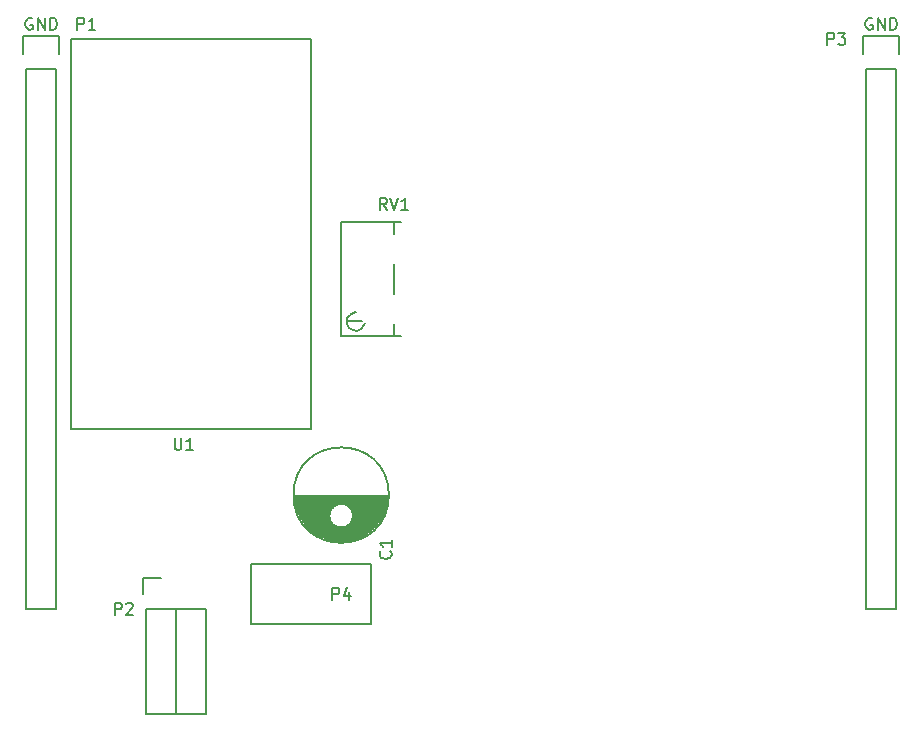
<source format=gbr>
G04 #@! TF.FileFunction,Legend,Top*
%FSLAX46Y46*%
G04 Gerber Fmt 4.6, Leading zero omitted, Abs format (unit mm)*
G04 Created by KiCad (PCBNEW 4.0.3+e1-6302~38~ubuntu16.04.1-stable) date Fri Aug 26 17:08:26 2016*
%MOMM*%
%LPD*%
G01*
G04 APERTURE LIST*
%ADD10C,0.100000*%
%ADD11C,0.150000*%
G04 APERTURE END LIST*
D10*
D11*
X73660000Y-110430000D02*
X73660000Y-101600000D01*
X71120000Y-110430000D02*
X73660000Y-110430000D01*
X71120000Y-101600000D02*
X71120000Y-110430000D01*
X71120000Y-101600000D02*
X73660000Y-101600000D01*
X68580000Y-101600000D02*
X71120000Y-101600000D01*
X69850000Y-98930000D02*
X68300000Y-98930000D01*
X68300000Y-98930000D02*
X68300000Y-100330000D01*
X68580000Y-101600000D02*
X68580000Y-110430000D01*
X68580000Y-110430000D02*
X71120000Y-110430000D01*
X71120000Y-110430000D02*
X71120000Y-101600000D01*
X89535000Y-77470000D02*
X89535000Y-78486000D01*
X89535000Y-72390000D02*
X89535000Y-74930000D01*
X89535000Y-68834000D02*
X89535000Y-69850000D01*
X85598000Y-77216000D02*
X86868000Y-77216000D01*
X86347300Y-76428600D02*
X86093300Y-76466700D01*
X86093300Y-76466700D02*
X85813900Y-76644500D01*
X85813900Y-76644500D02*
X85598000Y-76962000D01*
X85598000Y-76962000D02*
X85585300Y-77406500D01*
X85585300Y-77406500D02*
X85788500Y-77762100D01*
X85788500Y-77762100D02*
X86080600Y-77939900D01*
X86080600Y-77939900D02*
X86398100Y-77990700D01*
X86398100Y-77990700D02*
X86804500Y-77889100D01*
X86804500Y-77889100D02*
X87058500Y-77546200D01*
X87058500Y-77546200D02*
X87147400Y-77368400D01*
X86360000Y-78486000D02*
X85090000Y-78486000D01*
X85090000Y-78486000D02*
X85090000Y-68834000D01*
X85090000Y-68834000D02*
X90170000Y-68834000D01*
X90170000Y-78486000D02*
X87630000Y-78486000D01*
X87630000Y-78486000D02*
X86360000Y-78486000D01*
X62230000Y-53340000D02*
X82550000Y-53340000D01*
X82550000Y-53340000D02*
X82550000Y-86360000D01*
X82550000Y-86360000D02*
X62230000Y-86360000D01*
X62230000Y-86360000D02*
X62230000Y-53340000D01*
X129540000Y-55880000D02*
X129540000Y-101600000D01*
X129540000Y-101600000D02*
X132080000Y-101600000D01*
X132080000Y-101600000D02*
X132080000Y-55880000D01*
X129260000Y-53060000D02*
X129260000Y-54610000D01*
X129540000Y-55880000D02*
X132080000Y-55880000D01*
X132360000Y-54610000D02*
X132360000Y-53060000D01*
X132360000Y-53060000D02*
X129260000Y-53060000D01*
X58420000Y-55880000D02*
X58420000Y-101600000D01*
X58420000Y-101600000D02*
X60960000Y-101600000D01*
X60960000Y-101600000D02*
X60960000Y-55880000D01*
X58140000Y-53060000D02*
X58140000Y-54610000D01*
X58420000Y-55880000D02*
X60960000Y-55880000D01*
X61240000Y-54610000D02*
X61240000Y-53060000D01*
X61240000Y-53060000D02*
X58140000Y-53060000D01*
X77470000Y-97790000D02*
X87630000Y-97790000D01*
X87630000Y-97790000D02*
X87630000Y-102870000D01*
X87630000Y-102870000D02*
X77470000Y-102870000D01*
X77470000Y-102870000D02*
X77470000Y-97790000D01*
X89089000Y-91995000D02*
X81091000Y-91995000D01*
X89084000Y-92135000D02*
X81096000Y-92135000D01*
X89074000Y-92275000D02*
X81106000Y-92275000D01*
X89059000Y-92415000D02*
X81121000Y-92415000D01*
X89039000Y-92555000D02*
X81141000Y-92555000D01*
X89014000Y-92695000D02*
X85312000Y-92695000D01*
X84868000Y-92695000D02*
X81166000Y-92695000D01*
X88984000Y-92835000D02*
X85640000Y-92835000D01*
X84540000Y-92835000D02*
X81196000Y-92835000D01*
X88948000Y-92975000D02*
X85809000Y-92975000D01*
X84371000Y-92975000D02*
X81232000Y-92975000D01*
X88907000Y-93115000D02*
X85922000Y-93115000D01*
X84258000Y-93115000D02*
X81273000Y-93115000D01*
X88861000Y-93255000D02*
X86000000Y-93255000D01*
X84180000Y-93255000D02*
X81319000Y-93255000D01*
X88808000Y-93395000D02*
X86051000Y-93395000D01*
X84129000Y-93395000D02*
X81372000Y-93395000D01*
X88749000Y-93535000D02*
X86081000Y-93535000D01*
X84099000Y-93535000D02*
X81431000Y-93535000D01*
X88684000Y-93675000D02*
X86090000Y-93675000D01*
X84090000Y-93675000D02*
X81496000Y-93675000D01*
X88613000Y-93815000D02*
X86079000Y-93815000D01*
X84101000Y-93815000D02*
X81567000Y-93815000D01*
X88534000Y-93955000D02*
X86049000Y-93955000D01*
X84131000Y-93955000D02*
X81646000Y-93955000D01*
X88447000Y-94095000D02*
X85995000Y-94095000D01*
X84185000Y-94095000D02*
X81733000Y-94095000D01*
X88352000Y-94235000D02*
X85915000Y-94235000D01*
X84265000Y-94235000D02*
X81828000Y-94235000D01*
X88248000Y-94375000D02*
X85799000Y-94375000D01*
X84381000Y-94375000D02*
X81932000Y-94375000D01*
X88134000Y-94515000D02*
X85625000Y-94515000D01*
X84555000Y-94515000D02*
X82046000Y-94515000D01*
X88009000Y-94655000D02*
X85263000Y-94655000D01*
X84917000Y-94655000D02*
X82171000Y-94655000D01*
X87871000Y-94795000D02*
X82309000Y-94795000D01*
X87719000Y-94935000D02*
X82461000Y-94935000D01*
X87549000Y-95075000D02*
X82631000Y-95075000D01*
X87358000Y-95215000D02*
X82822000Y-95215000D01*
X87140000Y-95355000D02*
X83040000Y-95355000D01*
X86884000Y-95495000D02*
X83296000Y-95495000D01*
X86573000Y-95635000D02*
X83607000Y-95635000D01*
X86157000Y-95775000D02*
X84023000Y-95775000D01*
X85290000Y-95915000D02*
X84890000Y-95915000D01*
X86090000Y-93670000D02*
G75*
G03X86090000Y-93670000I-1000000J0D01*
G01*
X89127500Y-91920000D02*
G75*
G03X89127500Y-91920000I-4037500J0D01*
G01*
X65936905Y-102052381D02*
X65936905Y-101052381D01*
X66317858Y-101052381D01*
X66413096Y-101100000D01*
X66460715Y-101147619D01*
X66508334Y-101242857D01*
X66508334Y-101385714D01*
X66460715Y-101480952D01*
X66413096Y-101528571D01*
X66317858Y-101576190D01*
X65936905Y-101576190D01*
X66889286Y-101147619D02*
X66936905Y-101100000D01*
X67032143Y-101052381D01*
X67270239Y-101052381D01*
X67365477Y-101100000D01*
X67413096Y-101147619D01*
X67460715Y-101242857D01*
X67460715Y-101338095D01*
X67413096Y-101480952D01*
X66841667Y-102052381D01*
X67460715Y-102052381D01*
X88939762Y-67762381D02*
X88606428Y-67286190D01*
X88368333Y-67762381D02*
X88368333Y-66762381D01*
X88749286Y-66762381D01*
X88844524Y-66810000D01*
X88892143Y-66857619D01*
X88939762Y-66952857D01*
X88939762Y-67095714D01*
X88892143Y-67190952D01*
X88844524Y-67238571D01*
X88749286Y-67286190D01*
X88368333Y-67286190D01*
X89225476Y-66762381D02*
X89558809Y-67762381D01*
X89892143Y-66762381D01*
X90749286Y-67762381D02*
X90177857Y-67762381D01*
X90463571Y-67762381D02*
X90463571Y-66762381D01*
X90368333Y-66905238D01*
X90273095Y-67000476D01*
X90177857Y-67048095D01*
X70993095Y-87082381D02*
X70993095Y-87891905D01*
X71040714Y-87987143D01*
X71088333Y-88034762D01*
X71183571Y-88082381D01*
X71374048Y-88082381D01*
X71469286Y-88034762D01*
X71516905Y-87987143D01*
X71564524Y-87891905D01*
X71564524Y-87082381D01*
X72564524Y-88082381D02*
X71993095Y-88082381D01*
X72278809Y-88082381D02*
X72278809Y-87082381D01*
X72183571Y-87225238D01*
X72088333Y-87320476D01*
X71993095Y-87368095D01*
X126261905Y-53792381D02*
X126261905Y-52792381D01*
X126642858Y-52792381D01*
X126738096Y-52840000D01*
X126785715Y-52887619D01*
X126833334Y-52982857D01*
X126833334Y-53125714D01*
X126785715Y-53220952D01*
X126738096Y-53268571D01*
X126642858Y-53316190D01*
X126261905Y-53316190D01*
X127166667Y-52792381D02*
X127785715Y-52792381D01*
X127452381Y-53173333D01*
X127595239Y-53173333D01*
X127690477Y-53220952D01*
X127738096Y-53268571D01*
X127785715Y-53363810D01*
X127785715Y-53601905D01*
X127738096Y-53697143D01*
X127690477Y-53744762D01*
X127595239Y-53792381D01*
X127309524Y-53792381D01*
X127214286Y-53744762D01*
X127166667Y-53697143D01*
X130048096Y-51570000D02*
X129952858Y-51522381D01*
X129810001Y-51522381D01*
X129667143Y-51570000D01*
X129571905Y-51665238D01*
X129524286Y-51760476D01*
X129476667Y-51950952D01*
X129476667Y-52093810D01*
X129524286Y-52284286D01*
X129571905Y-52379524D01*
X129667143Y-52474762D01*
X129810001Y-52522381D01*
X129905239Y-52522381D01*
X130048096Y-52474762D01*
X130095715Y-52427143D01*
X130095715Y-52093810D01*
X129905239Y-52093810D01*
X130524286Y-52522381D02*
X130524286Y-51522381D01*
X131095715Y-52522381D01*
X131095715Y-51522381D01*
X131571905Y-52522381D02*
X131571905Y-51522381D01*
X131810000Y-51522381D01*
X131952858Y-51570000D01*
X132048096Y-51665238D01*
X132095715Y-51760476D01*
X132143334Y-51950952D01*
X132143334Y-52093810D01*
X132095715Y-52284286D01*
X132048096Y-52379524D01*
X131952858Y-52474762D01*
X131810000Y-52522381D01*
X131571905Y-52522381D01*
X62761905Y-52522381D02*
X62761905Y-51522381D01*
X63142858Y-51522381D01*
X63238096Y-51570000D01*
X63285715Y-51617619D01*
X63333334Y-51712857D01*
X63333334Y-51855714D01*
X63285715Y-51950952D01*
X63238096Y-51998571D01*
X63142858Y-52046190D01*
X62761905Y-52046190D01*
X64285715Y-52522381D02*
X63714286Y-52522381D01*
X64000000Y-52522381D02*
X64000000Y-51522381D01*
X63904762Y-51665238D01*
X63809524Y-51760476D01*
X63714286Y-51808095D01*
X58928096Y-51570000D02*
X58832858Y-51522381D01*
X58690001Y-51522381D01*
X58547143Y-51570000D01*
X58451905Y-51665238D01*
X58404286Y-51760476D01*
X58356667Y-51950952D01*
X58356667Y-52093810D01*
X58404286Y-52284286D01*
X58451905Y-52379524D01*
X58547143Y-52474762D01*
X58690001Y-52522381D01*
X58785239Y-52522381D01*
X58928096Y-52474762D01*
X58975715Y-52427143D01*
X58975715Y-52093810D01*
X58785239Y-52093810D01*
X59404286Y-52522381D02*
X59404286Y-51522381D01*
X59975715Y-52522381D01*
X59975715Y-51522381D01*
X60451905Y-52522381D02*
X60451905Y-51522381D01*
X60690000Y-51522381D01*
X60832858Y-51570000D01*
X60928096Y-51665238D01*
X60975715Y-51760476D01*
X61023334Y-51950952D01*
X61023334Y-52093810D01*
X60975715Y-52284286D01*
X60928096Y-52379524D01*
X60832858Y-52474762D01*
X60690000Y-52522381D01*
X60451905Y-52522381D01*
X84351905Y-100782381D02*
X84351905Y-99782381D01*
X84732858Y-99782381D01*
X84828096Y-99830000D01*
X84875715Y-99877619D01*
X84923334Y-99972857D01*
X84923334Y-100115714D01*
X84875715Y-100210952D01*
X84828096Y-100258571D01*
X84732858Y-100306190D01*
X84351905Y-100306190D01*
X85780477Y-100115714D02*
X85780477Y-100782381D01*
X85542381Y-99734762D02*
X85304286Y-100449048D01*
X85923334Y-100449048D01*
X89257143Y-96686666D02*
X89304762Y-96734285D01*
X89352381Y-96877142D01*
X89352381Y-96972380D01*
X89304762Y-97115238D01*
X89209524Y-97210476D01*
X89114286Y-97258095D01*
X88923810Y-97305714D01*
X88780952Y-97305714D01*
X88590476Y-97258095D01*
X88495238Y-97210476D01*
X88400000Y-97115238D01*
X88352381Y-96972380D01*
X88352381Y-96877142D01*
X88400000Y-96734285D01*
X88447619Y-96686666D01*
X89352381Y-95734285D02*
X89352381Y-96305714D01*
X89352381Y-96020000D02*
X88352381Y-96020000D01*
X88495238Y-96115238D01*
X88590476Y-96210476D01*
X88638095Y-96305714D01*
M02*

</source>
